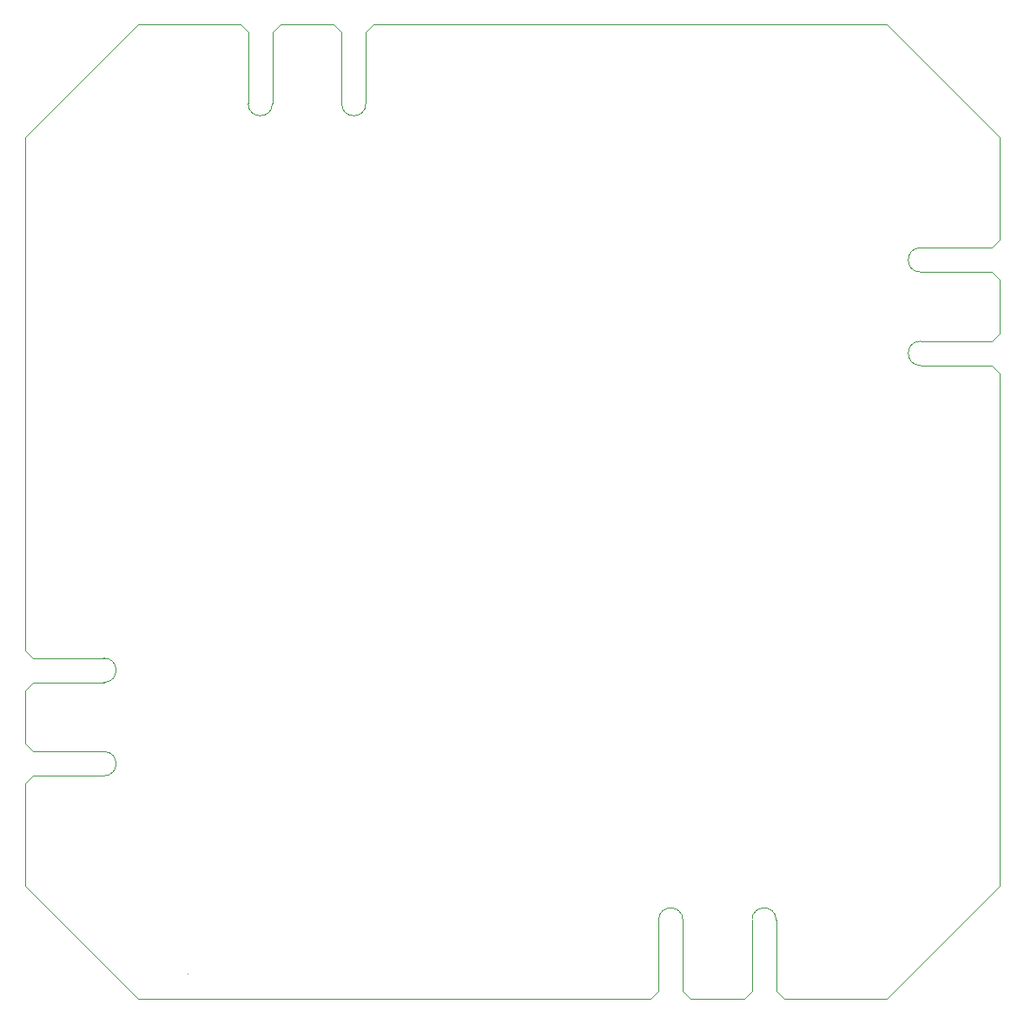
<source format=gbr>
G04 (created by PCBNEW (2013-07-07 BZR 4022)-stable) date 3/26/2016 10:09:36 AM*
%MOIN*%
G04 Gerber Fmt 3.4, Leading zero omitted, Abs format*
%FSLAX34Y34*%
G01*
G70*
G90*
G04 APERTURE LIST*
%ADD10C,0.00590551*%
%ADD11C,0.00393701*%
G04 APERTURE END LIST*
G54D10*
G54D11*
X45600Y-77750D02*
G75*
G03X45600Y-77750I0J0D01*
G74*
G01*
X45599Y-77750D02*
X45600Y-77750D01*
X45600Y-77749D02*
X45600Y-77750D01*
X45600Y-77750D02*
G75*
G03X45600Y-77750I0J0D01*
G74*
G01*
X45599Y-77750D02*
X45600Y-77750D01*
X45600Y-77749D02*
X45600Y-77750D01*
X68204Y-75704D02*
G75*
G03X67275Y-75704I-464J0D01*
G74*
G01*
X64620Y-75704D02*
G75*
G03X63688Y-75704I-465J0D01*
G74*
G01*
X73736Y-53492D02*
G75*
G03X73736Y-54421I0J-464D01*
G74*
G01*
X73736Y-49905D02*
G75*
G03X73736Y-50834I0J-464D01*
G74*
G01*
X47940Y-44374D02*
G75*
G03X48870Y-44374I464J0D01*
G74*
G01*
X51527Y-44374D02*
G75*
G03X52456Y-44374I464J0D01*
G74*
G01*
X42405Y-66582D02*
G75*
G03X42405Y-65653I0J464D01*
G74*
G01*
X42405Y-70169D02*
G75*
G03X42405Y-69240I0J464D01*
G74*
G01*
X63389Y-78740D02*
X63688Y-78440D01*
X64618Y-78440D02*
X64917Y-78740D01*
X67275Y-78440D02*
X66976Y-78740D01*
X68204Y-78440D02*
X68503Y-78740D01*
X76770Y-54720D02*
X76770Y-54730D01*
X76472Y-54421D02*
X76771Y-54720D01*
X76472Y-53492D02*
X76771Y-53192D01*
X76472Y-50834D02*
X76771Y-51133D01*
X76472Y-49905D02*
X76771Y-49606D01*
X52456Y-41637D02*
X52755Y-41338D01*
X51228Y-41338D02*
X51527Y-41637D01*
X48870Y-41637D02*
X49169Y-41338D01*
X47641Y-41338D02*
X47940Y-41637D01*
X39370Y-65354D02*
X39669Y-65653D01*
X39370Y-66881D02*
X39669Y-66582D01*
X39370Y-68940D02*
X39669Y-69240D01*
X39370Y-70468D02*
X39669Y-70169D01*
X52755Y-41338D02*
X72440Y-41338D01*
X49169Y-41338D02*
X51228Y-41338D01*
X47641Y-41338D02*
X43700Y-41338D01*
X76771Y-54720D02*
X76771Y-74409D01*
X76771Y-51133D02*
X76771Y-53192D01*
X76771Y-45669D02*
X76771Y-49606D01*
X63389Y-78740D02*
X43700Y-78740D01*
X66976Y-78740D02*
X64917Y-78740D01*
X68503Y-78740D02*
X72440Y-78740D01*
X39370Y-65354D02*
X39370Y-45669D01*
X39370Y-68940D02*
X39370Y-66881D01*
X39370Y-74409D02*
X39370Y-70468D01*
X73736Y-54421D02*
X76472Y-54421D01*
X76472Y-53492D02*
X73736Y-53492D01*
X73736Y-49905D02*
X76472Y-49905D01*
X76472Y-50834D02*
X73736Y-50834D01*
X68204Y-75704D02*
X68204Y-78440D01*
X67275Y-78440D02*
X67275Y-75704D01*
X64618Y-75704D02*
X64618Y-78440D01*
X63688Y-78440D02*
X63688Y-75704D01*
X52456Y-44374D02*
X52456Y-41637D01*
X51527Y-41637D02*
X51527Y-44374D01*
X47940Y-44374D02*
X47940Y-41637D01*
X48870Y-41637D02*
X48870Y-44374D01*
X42405Y-65653D02*
X39669Y-65653D01*
X39669Y-66582D02*
X42405Y-66582D01*
X42405Y-70169D02*
X39669Y-70169D01*
X39669Y-69240D02*
X42405Y-69240D01*
X39370Y-74409D02*
X43700Y-78740D01*
X43700Y-41338D02*
X39370Y-45669D01*
X76771Y-45669D02*
X72440Y-41338D01*
X72440Y-78740D02*
X76771Y-74409D01*
M02*

</source>
